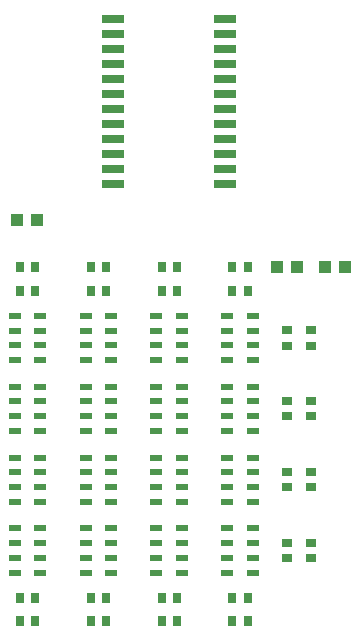
<source format=gbr>
G04 EAGLE Gerber RS-274X export*
G75*
%MOMM*%
%FSLAX34Y34*%
%LPD*%
%INSolderpaste Top*%
%IPPOS*%
%AMOC8*
5,1,8,0,0,1.08239X$1,22.5*%
G01*
%ADD10R,0.900000X0.700000*%
%ADD11R,0.700000X0.900000*%
%ADD12R,1.950000X0.650000*%
%ADD13R,1.050000X0.550000*%
%ADD14R,1.000000X1.100000*%


D10*
X300000Y253500D03*
X300000Y266500D03*
X320000Y253500D03*
X320000Y266500D03*
D11*
X193500Y300000D03*
X206500Y300000D03*
X73500Y300000D03*
X86500Y300000D03*
X253500Y300000D03*
X266500Y300000D03*
X133500Y300000D03*
X146500Y300000D03*
D12*
X247250Y390150D03*
X247250Y402850D03*
X247250Y415550D03*
X247250Y428250D03*
X247250Y440950D03*
X247250Y453650D03*
X247250Y466350D03*
X247250Y479050D03*
X247250Y491750D03*
X247250Y504450D03*
X247250Y517150D03*
X247250Y529850D03*
X152750Y529850D03*
X152750Y517150D03*
X152750Y504450D03*
X152750Y491750D03*
X152750Y479050D03*
X152750Y466350D03*
X152750Y453650D03*
X152750Y440950D03*
X152750Y428250D03*
X152750Y415550D03*
X152750Y402850D03*
X152750Y390150D03*
D13*
X69250Y278750D03*
X69250Y266250D03*
X69250Y253750D03*
X69250Y241250D03*
X90750Y241250D03*
X90750Y253750D03*
X90750Y266250D03*
X90750Y278750D03*
X249250Y278750D03*
X249250Y266250D03*
X249250Y253750D03*
X249250Y241250D03*
X270750Y241250D03*
X270750Y253750D03*
X270750Y266250D03*
X270750Y278750D03*
X129250Y278750D03*
X129250Y266250D03*
X129250Y253750D03*
X129250Y241250D03*
X150750Y241250D03*
X150750Y253750D03*
X150750Y266250D03*
X150750Y278750D03*
X189250Y278750D03*
X189250Y266250D03*
X189250Y253750D03*
X189250Y241250D03*
X210750Y241250D03*
X210750Y253750D03*
X210750Y266250D03*
X210750Y278750D03*
D14*
X291500Y320000D03*
X308500Y320000D03*
X348500Y320000D03*
X331500Y320000D03*
X88500Y360000D03*
X71500Y360000D03*
D13*
X69250Y218750D03*
X69250Y206250D03*
X69250Y193750D03*
X69250Y181250D03*
X90750Y181250D03*
X90750Y193750D03*
X90750Y206250D03*
X90750Y218750D03*
D10*
X300000Y193500D03*
X300000Y206500D03*
X320000Y193500D03*
X320000Y206500D03*
D11*
X73500Y320000D03*
X86500Y320000D03*
D13*
X129250Y218750D03*
X129250Y206250D03*
X129250Y193750D03*
X129250Y181250D03*
X150750Y181250D03*
X150750Y193750D03*
X150750Y206250D03*
X150750Y218750D03*
D11*
X133500Y320000D03*
X146500Y320000D03*
D13*
X189250Y218750D03*
X189250Y206250D03*
X189250Y193750D03*
X189250Y181250D03*
X210750Y181250D03*
X210750Y193750D03*
X210750Y206250D03*
X210750Y218750D03*
D11*
X193500Y320000D03*
X206500Y320000D03*
D13*
X249250Y218750D03*
X249250Y206250D03*
X249250Y193750D03*
X249250Y181250D03*
X270750Y181250D03*
X270750Y193750D03*
X270750Y206250D03*
X270750Y218750D03*
D11*
X253500Y320000D03*
X266500Y320000D03*
D13*
X69250Y158750D03*
X69250Y146250D03*
X69250Y133750D03*
X69250Y121250D03*
X90750Y121250D03*
X90750Y133750D03*
X90750Y146250D03*
X90750Y158750D03*
D10*
X300000Y133500D03*
X300000Y146500D03*
X320000Y133500D03*
X320000Y146500D03*
D11*
X73500Y20000D03*
X86500Y20000D03*
D13*
X129250Y158750D03*
X129250Y146250D03*
X129250Y133750D03*
X129250Y121250D03*
X150750Y121250D03*
X150750Y133750D03*
X150750Y146250D03*
X150750Y158750D03*
D11*
X133500Y20000D03*
X146500Y20000D03*
D13*
X189250Y158750D03*
X189250Y146250D03*
X189250Y133750D03*
X189250Y121250D03*
X210750Y121250D03*
X210750Y133750D03*
X210750Y146250D03*
X210750Y158750D03*
D11*
X193500Y20000D03*
X206500Y20000D03*
D13*
X249250Y158750D03*
X249250Y146250D03*
X249250Y133750D03*
X249250Y121250D03*
X270750Y121250D03*
X270750Y133750D03*
X270750Y146250D03*
X270750Y158750D03*
D11*
X253500Y20000D03*
X266500Y20000D03*
D13*
X129250Y98750D03*
X129250Y86250D03*
X129250Y73750D03*
X129250Y61250D03*
X150750Y61250D03*
X150750Y73750D03*
X150750Y86250D03*
X150750Y98750D03*
D10*
X300000Y73500D03*
X300000Y86500D03*
X320000Y73500D03*
X320000Y86500D03*
D11*
X73500Y40000D03*
X86500Y40000D03*
D13*
X69250Y98750D03*
X69250Y86250D03*
X69250Y73750D03*
X69250Y61250D03*
X90750Y61250D03*
X90750Y73750D03*
X90750Y86250D03*
X90750Y98750D03*
D11*
X133500Y40000D03*
X146500Y40000D03*
D13*
X189250Y98750D03*
X189250Y86250D03*
X189250Y73750D03*
X189250Y61250D03*
X210750Y61250D03*
X210750Y73750D03*
X210750Y86250D03*
X210750Y98750D03*
D11*
X193500Y40000D03*
X206500Y40000D03*
D13*
X249250Y98750D03*
X249250Y86250D03*
X249250Y73750D03*
X249250Y61250D03*
X270750Y61250D03*
X270750Y73750D03*
X270750Y86250D03*
X270750Y98750D03*
D11*
X253500Y40000D03*
X266500Y40000D03*
M02*

</source>
